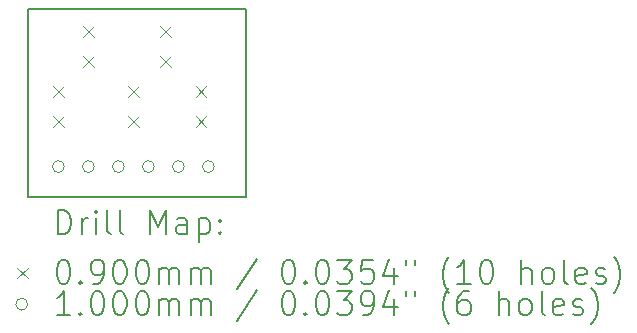
<source format=gbr>
%TF.GenerationSoftware,KiCad,Pcbnew,(6.0.10)*%
%TF.CreationDate,2023-01-30T00:45:56+02:00*%
%TF.ProjectId,LEDs Shield,4c454473-2053-4686-9965-6c642e6b6963,rev?*%
%TF.SameCoordinates,Original*%
%TF.FileFunction,Drillmap*%
%TF.FilePolarity,Positive*%
%FSLAX45Y45*%
G04 Gerber Fmt 4.5, Leading zero omitted, Abs format (unit mm)*
G04 Created by KiCad (PCBNEW (6.0.10)) date 2023-01-30 00:45:56*
%MOMM*%
%LPD*%
G01*
G04 APERTURE LIST*
%ADD10C,0.150000*%
%ADD11C,0.200000*%
%ADD12C,0.090000*%
%ADD13C,0.100000*%
G04 APERTURE END LIST*
D10*
X16667500Y-8412500D02*
X16667500Y-10000000D01*
X14826000Y-10000000D02*
X14826000Y-8412500D01*
X16667500Y-10000000D02*
X14826000Y-10000000D01*
X14826000Y-8412500D02*
X16667500Y-8412500D01*
D11*
D12*
X15035000Y-9066000D02*
X15125000Y-9156000D01*
X15125000Y-9066000D02*
X15035000Y-9156000D01*
X15035000Y-9320000D02*
X15125000Y-9410000D01*
X15125000Y-9320000D02*
X15035000Y-9410000D01*
X15289000Y-8557500D02*
X15379000Y-8647500D01*
X15379000Y-8557500D02*
X15289000Y-8647500D01*
X15289000Y-8811500D02*
X15379000Y-8901500D01*
X15379000Y-8811500D02*
X15289000Y-8901500D01*
X15670000Y-9065500D02*
X15760000Y-9155500D01*
X15760000Y-9065500D02*
X15670000Y-9155500D01*
X15670000Y-9319500D02*
X15760000Y-9409500D01*
X15760000Y-9319500D02*
X15670000Y-9409500D01*
X15943000Y-8557500D02*
X16033000Y-8647500D01*
X16033000Y-8557500D02*
X15943000Y-8647500D01*
X15943000Y-8811500D02*
X16033000Y-8901500D01*
X16033000Y-8811500D02*
X15943000Y-8901500D01*
X16241500Y-9065500D02*
X16331500Y-9155500D01*
X16331500Y-9065500D02*
X16241500Y-9155500D01*
X16241500Y-9319500D02*
X16331500Y-9409500D01*
X16331500Y-9319500D02*
X16241500Y-9409500D01*
D13*
X15130000Y-9746000D02*
G75*
G03*
X15130000Y-9746000I-50000J0D01*
G01*
X15384000Y-9746000D02*
G75*
G03*
X15384000Y-9746000I-50000J0D01*
G01*
X15638000Y-9746000D02*
G75*
G03*
X15638000Y-9746000I-50000J0D01*
G01*
X15892000Y-9746000D02*
G75*
G03*
X15892000Y-9746000I-50000J0D01*
G01*
X16146000Y-9746000D02*
G75*
G03*
X16146000Y-9746000I-50000J0D01*
G01*
X16400000Y-9746000D02*
G75*
G03*
X16400000Y-9746000I-50000J0D01*
G01*
D11*
X15076119Y-10317976D02*
X15076119Y-10117976D01*
X15123738Y-10117976D01*
X15152309Y-10127500D01*
X15171357Y-10146548D01*
X15180881Y-10165595D01*
X15190405Y-10203690D01*
X15190405Y-10232262D01*
X15180881Y-10270357D01*
X15171357Y-10289405D01*
X15152309Y-10308452D01*
X15123738Y-10317976D01*
X15076119Y-10317976D01*
X15276119Y-10317976D02*
X15276119Y-10184643D01*
X15276119Y-10222738D02*
X15285643Y-10203690D01*
X15295167Y-10194167D01*
X15314214Y-10184643D01*
X15333262Y-10184643D01*
X15399928Y-10317976D02*
X15399928Y-10184643D01*
X15399928Y-10117976D02*
X15390405Y-10127500D01*
X15399928Y-10137024D01*
X15409452Y-10127500D01*
X15399928Y-10117976D01*
X15399928Y-10137024D01*
X15523738Y-10317976D02*
X15504690Y-10308452D01*
X15495167Y-10289405D01*
X15495167Y-10117976D01*
X15628500Y-10317976D02*
X15609452Y-10308452D01*
X15599928Y-10289405D01*
X15599928Y-10117976D01*
X15857071Y-10317976D02*
X15857071Y-10117976D01*
X15923738Y-10260833D01*
X15990405Y-10117976D01*
X15990405Y-10317976D01*
X16171357Y-10317976D02*
X16171357Y-10213214D01*
X16161833Y-10194167D01*
X16142786Y-10184643D01*
X16104690Y-10184643D01*
X16085643Y-10194167D01*
X16171357Y-10308452D02*
X16152309Y-10317976D01*
X16104690Y-10317976D01*
X16085643Y-10308452D01*
X16076119Y-10289405D01*
X16076119Y-10270357D01*
X16085643Y-10251310D01*
X16104690Y-10241786D01*
X16152309Y-10241786D01*
X16171357Y-10232262D01*
X16266595Y-10184643D02*
X16266595Y-10384643D01*
X16266595Y-10194167D02*
X16285643Y-10184643D01*
X16323738Y-10184643D01*
X16342786Y-10194167D01*
X16352309Y-10203690D01*
X16361833Y-10222738D01*
X16361833Y-10279881D01*
X16352309Y-10298929D01*
X16342786Y-10308452D01*
X16323738Y-10317976D01*
X16285643Y-10317976D01*
X16266595Y-10308452D01*
X16447548Y-10298929D02*
X16457071Y-10308452D01*
X16447548Y-10317976D01*
X16438024Y-10308452D01*
X16447548Y-10298929D01*
X16447548Y-10317976D01*
X16447548Y-10194167D02*
X16457071Y-10203690D01*
X16447548Y-10213214D01*
X16438024Y-10203690D01*
X16447548Y-10194167D01*
X16447548Y-10213214D01*
D12*
X14728500Y-10602500D02*
X14818500Y-10692500D01*
X14818500Y-10602500D02*
X14728500Y-10692500D01*
D11*
X15114214Y-10537976D02*
X15133262Y-10537976D01*
X15152309Y-10547500D01*
X15161833Y-10557024D01*
X15171357Y-10576071D01*
X15180881Y-10614167D01*
X15180881Y-10661786D01*
X15171357Y-10699881D01*
X15161833Y-10718929D01*
X15152309Y-10728452D01*
X15133262Y-10737976D01*
X15114214Y-10737976D01*
X15095167Y-10728452D01*
X15085643Y-10718929D01*
X15076119Y-10699881D01*
X15066595Y-10661786D01*
X15066595Y-10614167D01*
X15076119Y-10576071D01*
X15085643Y-10557024D01*
X15095167Y-10547500D01*
X15114214Y-10537976D01*
X15266595Y-10718929D02*
X15276119Y-10728452D01*
X15266595Y-10737976D01*
X15257071Y-10728452D01*
X15266595Y-10718929D01*
X15266595Y-10737976D01*
X15371357Y-10737976D02*
X15409452Y-10737976D01*
X15428500Y-10728452D01*
X15438024Y-10718929D01*
X15457071Y-10690357D01*
X15466595Y-10652262D01*
X15466595Y-10576071D01*
X15457071Y-10557024D01*
X15447548Y-10547500D01*
X15428500Y-10537976D01*
X15390405Y-10537976D01*
X15371357Y-10547500D01*
X15361833Y-10557024D01*
X15352309Y-10576071D01*
X15352309Y-10623690D01*
X15361833Y-10642738D01*
X15371357Y-10652262D01*
X15390405Y-10661786D01*
X15428500Y-10661786D01*
X15447548Y-10652262D01*
X15457071Y-10642738D01*
X15466595Y-10623690D01*
X15590405Y-10537976D02*
X15609452Y-10537976D01*
X15628500Y-10547500D01*
X15638024Y-10557024D01*
X15647548Y-10576071D01*
X15657071Y-10614167D01*
X15657071Y-10661786D01*
X15647548Y-10699881D01*
X15638024Y-10718929D01*
X15628500Y-10728452D01*
X15609452Y-10737976D01*
X15590405Y-10737976D01*
X15571357Y-10728452D01*
X15561833Y-10718929D01*
X15552309Y-10699881D01*
X15542786Y-10661786D01*
X15542786Y-10614167D01*
X15552309Y-10576071D01*
X15561833Y-10557024D01*
X15571357Y-10547500D01*
X15590405Y-10537976D01*
X15780881Y-10537976D02*
X15799928Y-10537976D01*
X15818976Y-10547500D01*
X15828500Y-10557024D01*
X15838024Y-10576071D01*
X15847548Y-10614167D01*
X15847548Y-10661786D01*
X15838024Y-10699881D01*
X15828500Y-10718929D01*
X15818976Y-10728452D01*
X15799928Y-10737976D01*
X15780881Y-10737976D01*
X15761833Y-10728452D01*
X15752309Y-10718929D01*
X15742786Y-10699881D01*
X15733262Y-10661786D01*
X15733262Y-10614167D01*
X15742786Y-10576071D01*
X15752309Y-10557024D01*
X15761833Y-10547500D01*
X15780881Y-10537976D01*
X15933262Y-10737976D02*
X15933262Y-10604643D01*
X15933262Y-10623690D02*
X15942786Y-10614167D01*
X15961833Y-10604643D01*
X15990405Y-10604643D01*
X16009452Y-10614167D01*
X16018976Y-10633214D01*
X16018976Y-10737976D01*
X16018976Y-10633214D02*
X16028500Y-10614167D01*
X16047548Y-10604643D01*
X16076119Y-10604643D01*
X16095167Y-10614167D01*
X16104690Y-10633214D01*
X16104690Y-10737976D01*
X16199928Y-10737976D02*
X16199928Y-10604643D01*
X16199928Y-10623690D02*
X16209452Y-10614167D01*
X16228500Y-10604643D01*
X16257071Y-10604643D01*
X16276119Y-10614167D01*
X16285643Y-10633214D01*
X16285643Y-10737976D01*
X16285643Y-10633214D02*
X16295167Y-10614167D01*
X16314214Y-10604643D01*
X16342786Y-10604643D01*
X16361833Y-10614167D01*
X16371357Y-10633214D01*
X16371357Y-10737976D01*
X16761833Y-10528452D02*
X16590405Y-10785595D01*
X17018976Y-10537976D02*
X17038024Y-10537976D01*
X17057071Y-10547500D01*
X17066595Y-10557024D01*
X17076119Y-10576071D01*
X17085643Y-10614167D01*
X17085643Y-10661786D01*
X17076119Y-10699881D01*
X17066595Y-10718929D01*
X17057071Y-10728452D01*
X17038024Y-10737976D01*
X17018976Y-10737976D01*
X16999929Y-10728452D01*
X16990405Y-10718929D01*
X16980881Y-10699881D01*
X16971357Y-10661786D01*
X16971357Y-10614167D01*
X16980881Y-10576071D01*
X16990405Y-10557024D01*
X16999929Y-10547500D01*
X17018976Y-10537976D01*
X17171357Y-10718929D02*
X17180881Y-10728452D01*
X17171357Y-10737976D01*
X17161833Y-10728452D01*
X17171357Y-10718929D01*
X17171357Y-10737976D01*
X17304690Y-10537976D02*
X17323738Y-10537976D01*
X17342786Y-10547500D01*
X17352310Y-10557024D01*
X17361833Y-10576071D01*
X17371357Y-10614167D01*
X17371357Y-10661786D01*
X17361833Y-10699881D01*
X17352310Y-10718929D01*
X17342786Y-10728452D01*
X17323738Y-10737976D01*
X17304690Y-10737976D01*
X17285643Y-10728452D01*
X17276119Y-10718929D01*
X17266595Y-10699881D01*
X17257071Y-10661786D01*
X17257071Y-10614167D01*
X17266595Y-10576071D01*
X17276119Y-10557024D01*
X17285643Y-10547500D01*
X17304690Y-10537976D01*
X17438024Y-10537976D02*
X17561833Y-10537976D01*
X17495167Y-10614167D01*
X17523738Y-10614167D01*
X17542786Y-10623690D01*
X17552310Y-10633214D01*
X17561833Y-10652262D01*
X17561833Y-10699881D01*
X17552310Y-10718929D01*
X17542786Y-10728452D01*
X17523738Y-10737976D01*
X17466595Y-10737976D01*
X17447548Y-10728452D01*
X17438024Y-10718929D01*
X17742786Y-10537976D02*
X17647548Y-10537976D01*
X17638024Y-10633214D01*
X17647548Y-10623690D01*
X17666595Y-10614167D01*
X17714214Y-10614167D01*
X17733262Y-10623690D01*
X17742786Y-10633214D01*
X17752310Y-10652262D01*
X17752310Y-10699881D01*
X17742786Y-10718929D01*
X17733262Y-10728452D01*
X17714214Y-10737976D01*
X17666595Y-10737976D01*
X17647548Y-10728452D01*
X17638024Y-10718929D01*
X17923738Y-10604643D02*
X17923738Y-10737976D01*
X17876119Y-10528452D02*
X17828500Y-10671310D01*
X17952310Y-10671310D01*
X18018976Y-10537976D02*
X18018976Y-10576071D01*
X18095167Y-10537976D02*
X18095167Y-10576071D01*
X18390405Y-10814167D02*
X18380881Y-10804643D01*
X18361833Y-10776071D01*
X18352310Y-10757024D01*
X18342786Y-10728452D01*
X18333262Y-10680833D01*
X18333262Y-10642738D01*
X18342786Y-10595119D01*
X18352310Y-10566548D01*
X18361833Y-10547500D01*
X18380881Y-10518929D01*
X18390405Y-10509405D01*
X18571357Y-10737976D02*
X18457071Y-10737976D01*
X18514214Y-10737976D02*
X18514214Y-10537976D01*
X18495167Y-10566548D01*
X18476119Y-10585595D01*
X18457071Y-10595119D01*
X18695167Y-10537976D02*
X18714214Y-10537976D01*
X18733262Y-10547500D01*
X18742786Y-10557024D01*
X18752310Y-10576071D01*
X18761833Y-10614167D01*
X18761833Y-10661786D01*
X18752310Y-10699881D01*
X18742786Y-10718929D01*
X18733262Y-10728452D01*
X18714214Y-10737976D01*
X18695167Y-10737976D01*
X18676119Y-10728452D01*
X18666595Y-10718929D01*
X18657071Y-10699881D01*
X18647548Y-10661786D01*
X18647548Y-10614167D01*
X18657071Y-10576071D01*
X18666595Y-10557024D01*
X18676119Y-10547500D01*
X18695167Y-10537976D01*
X18999929Y-10737976D02*
X18999929Y-10537976D01*
X19085643Y-10737976D02*
X19085643Y-10633214D01*
X19076119Y-10614167D01*
X19057071Y-10604643D01*
X19028500Y-10604643D01*
X19009452Y-10614167D01*
X18999929Y-10623690D01*
X19209452Y-10737976D02*
X19190405Y-10728452D01*
X19180881Y-10718929D01*
X19171357Y-10699881D01*
X19171357Y-10642738D01*
X19180881Y-10623690D01*
X19190405Y-10614167D01*
X19209452Y-10604643D01*
X19238024Y-10604643D01*
X19257071Y-10614167D01*
X19266595Y-10623690D01*
X19276119Y-10642738D01*
X19276119Y-10699881D01*
X19266595Y-10718929D01*
X19257071Y-10728452D01*
X19238024Y-10737976D01*
X19209452Y-10737976D01*
X19390405Y-10737976D02*
X19371357Y-10728452D01*
X19361833Y-10709405D01*
X19361833Y-10537976D01*
X19542786Y-10728452D02*
X19523738Y-10737976D01*
X19485643Y-10737976D01*
X19466595Y-10728452D01*
X19457071Y-10709405D01*
X19457071Y-10633214D01*
X19466595Y-10614167D01*
X19485643Y-10604643D01*
X19523738Y-10604643D01*
X19542786Y-10614167D01*
X19552310Y-10633214D01*
X19552310Y-10652262D01*
X19457071Y-10671310D01*
X19628500Y-10728452D02*
X19647548Y-10737976D01*
X19685643Y-10737976D01*
X19704690Y-10728452D01*
X19714214Y-10709405D01*
X19714214Y-10699881D01*
X19704690Y-10680833D01*
X19685643Y-10671310D01*
X19657071Y-10671310D01*
X19638024Y-10661786D01*
X19628500Y-10642738D01*
X19628500Y-10633214D01*
X19638024Y-10614167D01*
X19657071Y-10604643D01*
X19685643Y-10604643D01*
X19704690Y-10614167D01*
X19780881Y-10814167D02*
X19790405Y-10804643D01*
X19809452Y-10776071D01*
X19818976Y-10757024D01*
X19828500Y-10728452D01*
X19838024Y-10680833D01*
X19838024Y-10642738D01*
X19828500Y-10595119D01*
X19818976Y-10566548D01*
X19809452Y-10547500D01*
X19790405Y-10518929D01*
X19780881Y-10509405D01*
D13*
X14818500Y-10911500D02*
G75*
G03*
X14818500Y-10911500I-50000J0D01*
G01*
D11*
X15180881Y-11001976D02*
X15066595Y-11001976D01*
X15123738Y-11001976D02*
X15123738Y-10801976D01*
X15104690Y-10830548D01*
X15085643Y-10849595D01*
X15066595Y-10859119D01*
X15266595Y-10982929D02*
X15276119Y-10992452D01*
X15266595Y-11001976D01*
X15257071Y-10992452D01*
X15266595Y-10982929D01*
X15266595Y-11001976D01*
X15399928Y-10801976D02*
X15418976Y-10801976D01*
X15438024Y-10811500D01*
X15447548Y-10821024D01*
X15457071Y-10840071D01*
X15466595Y-10878167D01*
X15466595Y-10925786D01*
X15457071Y-10963881D01*
X15447548Y-10982929D01*
X15438024Y-10992452D01*
X15418976Y-11001976D01*
X15399928Y-11001976D01*
X15380881Y-10992452D01*
X15371357Y-10982929D01*
X15361833Y-10963881D01*
X15352309Y-10925786D01*
X15352309Y-10878167D01*
X15361833Y-10840071D01*
X15371357Y-10821024D01*
X15380881Y-10811500D01*
X15399928Y-10801976D01*
X15590405Y-10801976D02*
X15609452Y-10801976D01*
X15628500Y-10811500D01*
X15638024Y-10821024D01*
X15647548Y-10840071D01*
X15657071Y-10878167D01*
X15657071Y-10925786D01*
X15647548Y-10963881D01*
X15638024Y-10982929D01*
X15628500Y-10992452D01*
X15609452Y-11001976D01*
X15590405Y-11001976D01*
X15571357Y-10992452D01*
X15561833Y-10982929D01*
X15552309Y-10963881D01*
X15542786Y-10925786D01*
X15542786Y-10878167D01*
X15552309Y-10840071D01*
X15561833Y-10821024D01*
X15571357Y-10811500D01*
X15590405Y-10801976D01*
X15780881Y-10801976D02*
X15799928Y-10801976D01*
X15818976Y-10811500D01*
X15828500Y-10821024D01*
X15838024Y-10840071D01*
X15847548Y-10878167D01*
X15847548Y-10925786D01*
X15838024Y-10963881D01*
X15828500Y-10982929D01*
X15818976Y-10992452D01*
X15799928Y-11001976D01*
X15780881Y-11001976D01*
X15761833Y-10992452D01*
X15752309Y-10982929D01*
X15742786Y-10963881D01*
X15733262Y-10925786D01*
X15733262Y-10878167D01*
X15742786Y-10840071D01*
X15752309Y-10821024D01*
X15761833Y-10811500D01*
X15780881Y-10801976D01*
X15933262Y-11001976D02*
X15933262Y-10868643D01*
X15933262Y-10887690D02*
X15942786Y-10878167D01*
X15961833Y-10868643D01*
X15990405Y-10868643D01*
X16009452Y-10878167D01*
X16018976Y-10897214D01*
X16018976Y-11001976D01*
X16018976Y-10897214D02*
X16028500Y-10878167D01*
X16047548Y-10868643D01*
X16076119Y-10868643D01*
X16095167Y-10878167D01*
X16104690Y-10897214D01*
X16104690Y-11001976D01*
X16199928Y-11001976D02*
X16199928Y-10868643D01*
X16199928Y-10887690D02*
X16209452Y-10878167D01*
X16228500Y-10868643D01*
X16257071Y-10868643D01*
X16276119Y-10878167D01*
X16285643Y-10897214D01*
X16285643Y-11001976D01*
X16285643Y-10897214D02*
X16295167Y-10878167D01*
X16314214Y-10868643D01*
X16342786Y-10868643D01*
X16361833Y-10878167D01*
X16371357Y-10897214D01*
X16371357Y-11001976D01*
X16761833Y-10792452D02*
X16590405Y-11049595D01*
X17018976Y-10801976D02*
X17038024Y-10801976D01*
X17057071Y-10811500D01*
X17066595Y-10821024D01*
X17076119Y-10840071D01*
X17085643Y-10878167D01*
X17085643Y-10925786D01*
X17076119Y-10963881D01*
X17066595Y-10982929D01*
X17057071Y-10992452D01*
X17038024Y-11001976D01*
X17018976Y-11001976D01*
X16999929Y-10992452D01*
X16990405Y-10982929D01*
X16980881Y-10963881D01*
X16971357Y-10925786D01*
X16971357Y-10878167D01*
X16980881Y-10840071D01*
X16990405Y-10821024D01*
X16999929Y-10811500D01*
X17018976Y-10801976D01*
X17171357Y-10982929D02*
X17180881Y-10992452D01*
X17171357Y-11001976D01*
X17161833Y-10992452D01*
X17171357Y-10982929D01*
X17171357Y-11001976D01*
X17304690Y-10801976D02*
X17323738Y-10801976D01*
X17342786Y-10811500D01*
X17352310Y-10821024D01*
X17361833Y-10840071D01*
X17371357Y-10878167D01*
X17371357Y-10925786D01*
X17361833Y-10963881D01*
X17352310Y-10982929D01*
X17342786Y-10992452D01*
X17323738Y-11001976D01*
X17304690Y-11001976D01*
X17285643Y-10992452D01*
X17276119Y-10982929D01*
X17266595Y-10963881D01*
X17257071Y-10925786D01*
X17257071Y-10878167D01*
X17266595Y-10840071D01*
X17276119Y-10821024D01*
X17285643Y-10811500D01*
X17304690Y-10801976D01*
X17438024Y-10801976D02*
X17561833Y-10801976D01*
X17495167Y-10878167D01*
X17523738Y-10878167D01*
X17542786Y-10887690D01*
X17552310Y-10897214D01*
X17561833Y-10916262D01*
X17561833Y-10963881D01*
X17552310Y-10982929D01*
X17542786Y-10992452D01*
X17523738Y-11001976D01*
X17466595Y-11001976D01*
X17447548Y-10992452D01*
X17438024Y-10982929D01*
X17657071Y-11001976D02*
X17695167Y-11001976D01*
X17714214Y-10992452D01*
X17723738Y-10982929D01*
X17742786Y-10954357D01*
X17752310Y-10916262D01*
X17752310Y-10840071D01*
X17742786Y-10821024D01*
X17733262Y-10811500D01*
X17714214Y-10801976D01*
X17676119Y-10801976D01*
X17657071Y-10811500D01*
X17647548Y-10821024D01*
X17638024Y-10840071D01*
X17638024Y-10887690D01*
X17647548Y-10906738D01*
X17657071Y-10916262D01*
X17676119Y-10925786D01*
X17714214Y-10925786D01*
X17733262Y-10916262D01*
X17742786Y-10906738D01*
X17752310Y-10887690D01*
X17923738Y-10868643D02*
X17923738Y-11001976D01*
X17876119Y-10792452D02*
X17828500Y-10935310D01*
X17952310Y-10935310D01*
X18018976Y-10801976D02*
X18018976Y-10840071D01*
X18095167Y-10801976D02*
X18095167Y-10840071D01*
X18390405Y-11078167D02*
X18380881Y-11068643D01*
X18361833Y-11040071D01*
X18352310Y-11021024D01*
X18342786Y-10992452D01*
X18333262Y-10944833D01*
X18333262Y-10906738D01*
X18342786Y-10859119D01*
X18352310Y-10830548D01*
X18361833Y-10811500D01*
X18380881Y-10782929D01*
X18390405Y-10773405D01*
X18552310Y-10801976D02*
X18514214Y-10801976D01*
X18495167Y-10811500D01*
X18485643Y-10821024D01*
X18466595Y-10849595D01*
X18457071Y-10887690D01*
X18457071Y-10963881D01*
X18466595Y-10982929D01*
X18476119Y-10992452D01*
X18495167Y-11001976D01*
X18533262Y-11001976D01*
X18552310Y-10992452D01*
X18561833Y-10982929D01*
X18571357Y-10963881D01*
X18571357Y-10916262D01*
X18561833Y-10897214D01*
X18552310Y-10887690D01*
X18533262Y-10878167D01*
X18495167Y-10878167D01*
X18476119Y-10887690D01*
X18466595Y-10897214D01*
X18457071Y-10916262D01*
X18809452Y-11001976D02*
X18809452Y-10801976D01*
X18895167Y-11001976D02*
X18895167Y-10897214D01*
X18885643Y-10878167D01*
X18866595Y-10868643D01*
X18838024Y-10868643D01*
X18818976Y-10878167D01*
X18809452Y-10887690D01*
X19018976Y-11001976D02*
X18999929Y-10992452D01*
X18990405Y-10982929D01*
X18980881Y-10963881D01*
X18980881Y-10906738D01*
X18990405Y-10887690D01*
X18999929Y-10878167D01*
X19018976Y-10868643D01*
X19047548Y-10868643D01*
X19066595Y-10878167D01*
X19076119Y-10887690D01*
X19085643Y-10906738D01*
X19085643Y-10963881D01*
X19076119Y-10982929D01*
X19066595Y-10992452D01*
X19047548Y-11001976D01*
X19018976Y-11001976D01*
X19199929Y-11001976D02*
X19180881Y-10992452D01*
X19171357Y-10973405D01*
X19171357Y-10801976D01*
X19352310Y-10992452D02*
X19333262Y-11001976D01*
X19295167Y-11001976D01*
X19276119Y-10992452D01*
X19266595Y-10973405D01*
X19266595Y-10897214D01*
X19276119Y-10878167D01*
X19295167Y-10868643D01*
X19333262Y-10868643D01*
X19352310Y-10878167D01*
X19361833Y-10897214D01*
X19361833Y-10916262D01*
X19266595Y-10935310D01*
X19438024Y-10992452D02*
X19457071Y-11001976D01*
X19495167Y-11001976D01*
X19514214Y-10992452D01*
X19523738Y-10973405D01*
X19523738Y-10963881D01*
X19514214Y-10944833D01*
X19495167Y-10935310D01*
X19466595Y-10935310D01*
X19447548Y-10925786D01*
X19438024Y-10906738D01*
X19438024Y-10897214D01*
X19447548Y-10878167D01*
X19466595Y-10868643D01*
X19495167Y-10868643D01*
X19514214Y-10878167D01*
X19590405Y-11078167D02*
X19599929Y-11068643D01*
X19618976Y-11040071D01*
X19628500Y-11021024D01*
X19638024Y-10992452D01*
X19647548Y-10944833D01*
X19647548Y-10906738D01*
X19638024Y-10859119D01*
X19628500Y-10830548D01*
X19618976Y-10811500D01*
X19599929Y-10782929D01*
X19590405Y-10773405D01*
M02*

</source>
